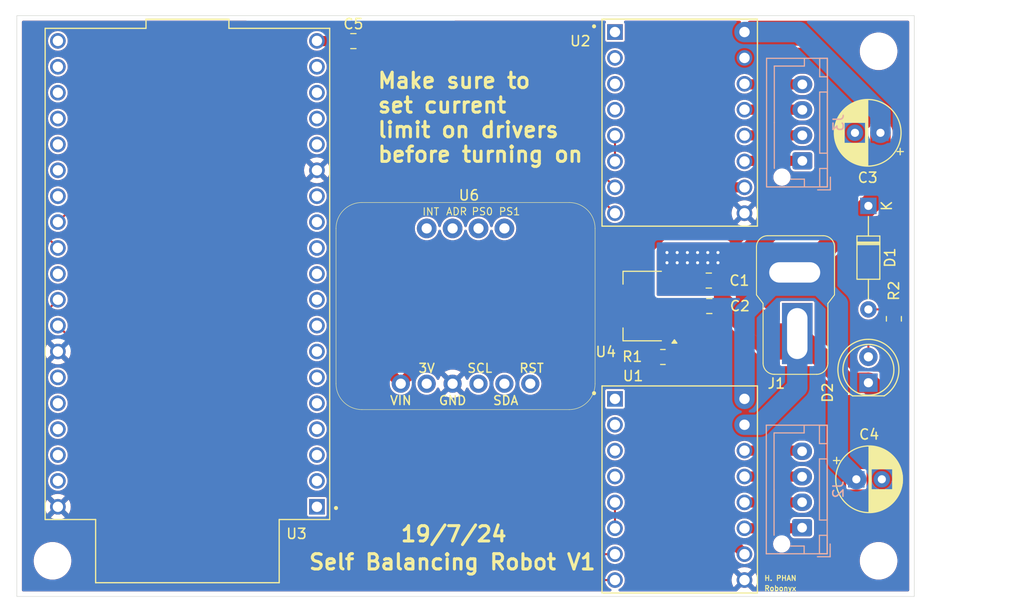
<source format=kicad_pcb>
(kicad_pcb (version 20240108) (generator "pcbnew") (generator_version "8.0")
  (layers (0 "F.Cu" signal) (31 "B.Cu" signal) (34 "B.Paste" user) (35 "F.Paste" user) (36 "B.SilkS" user "B.Silkscreen") (37 "F.SilkS" user "F.Silkscreen") (38 "B.Mask" user) (39 "F.Mask" user) (44 "Edge.Cuts" user))
  (net 0 "")
  (net 1 "GNDPWR")
  (net 2 "+15V")
  (net 3 "+5V")
  (net 4 "GND")
  (net 5 "Net-(J2-Pin_4)")
  (net 6 "Net-(J2-Pin_1)")
  (net 7 "Net-(J2-Pin_2)")
  (net 8 "Net-(J2-Pin_3)")
  (net 9 "Net-(J3-Pin_1)")
  (net 10 "Net-(J3-Pin_2)")
  (net 11 "Net-(J3-Pin_4)")
  (net 12 "Net-(J3-Pin_3)")
  (net 13 "Net-(U1-~{RESET})")
  (net 18 "Net-(U1-DIR)")
  (net 19 "Net-(U1-STEP)")
  (net 21 "Net-(U2-STEP)")
  (net 25 "Net-(U2-DIR)")
  (net 26 "Net-(U2-~{RESET})")
  (net 61 "/SDA")
  (net 62 "/SCL")
  (net 65 "Net-(D1-A)")
  (net 66 "Net-(D2-A)")
  (footprint "Resistor_SMD:R_0805_2012Metric" (layer "F.Cu") (at 146.35 71.5 180)
    (property "Reference" "R1" (at 3 0.03 360) (layer "F.SilkS"))
    (property "Value" "0R")
    (pad "1" smd roundrect (at -0.9125 0 180) (size 1.025 1.4) (layers "F.Cu" "F.Paste" "F.Mask") (roundrect_rratio 0.243902) (net 1 "GNDPWR"))
    (pad "2" smd roundrect (at 0.9125 0 180) (size 1.025 1.4) (layers "F.Cu" "F.Paste" "F.Mask") (roundrect_rratio 0.243902) (net 4 "GND"))
  )
  (footprint "MountingHole:MountingHole_3.2mm_M3" (layer "F.Cu") (at 167.5 91.5)
    (property "Reference" "H3" (hide yes))
    (property "Value" "MountingHole")
    (pad "" np_thru_hole circle (at 0 0) (size 3.2 3.2) (drill 3.2) (layers "*.Cu" "*.Mask"))
  )
  (footprint "Capacitor_THT:CP_Radial_D6.3mm_P2.50mm" (layer "F.Cu") (at 165.317621 83.5)
    (property "Reference" "C4" (at 1.25 -4.4 0) (layer "F.SilkS"))
    (property "Value" "100uF")
    (pad "1" thru_hole rect (at 0 0) (size 1.6 1.6) (drill 0.8) (layers "*.Cu" "*.Mask") (net 2 "+15V"))
    (pad "2" thru_hole circle (at 2.5 0) (size 1.6 1.6) (drill 0.8) (layers "*.Cu" "*.Mask") (net 1 "GNDPWR"))
  )
  (footprint "Resistor_SMD:R_0805_2012Metric" (layer "F.Cu") (at 169 67.75 90)
    (property "Reference" "R2" (at 2.75 0 90) (layer "F.SilkS"))
    (property "Value" "1K")
    (pad "1" smd roundrect (at -0.9125 0 90) (size 1.025 1.4) (layers "F.Cu" "F.Paste" "F.Mask") (roundrect_rratio 0.243902) (net 66 "Net-(D2-A)"))
    (pad "2" smd roundrect (at 0.9125 0 90) (size 1.025 1.4) (layers "F.Cu" "F.Paste" "F.Mask") (roundrect_rratio 0.243902) (net 65 "Net-(D1-A)"))
  )
  (footprint "MountingHole:MountingHole_3.2mm_M3" (layer "F.Cu") (at 86.5 91.5)
    (property "Reference" "H1" (hide yes))
    (property "Value" "MountingHole")
    (pad "" np_thru_hole circle (at 0 0) (size 3.2 3.2) (drill 3.2) (layers "*.Cu" "*.Mask"))
  )
  (footprint "Capacitor_SMD:C_0805_2012Metric" (layer "F.Cu") (at 150.9 66.5)
    (property "Reference" "C2" (at 3 0 0) (layer "F.SilkS"))
    (property "Value" "10uF")
    (pad "1" smd roundrect (at -0.95 0) (size 1 1.45) (layers "F.Cu" "F.Paste" "F.Mask") (net 3 "+5V"))
    (pad "2" smd roundrect (at 0.95 0) (size 1 1.45) (layers "F.Cu" "F.Paste" "F.Mask") (net 1 "GNDPWR"))
  )
  (footprint "A4988_STEPPER_MOTOR_DRIVER_CARRIER:MODULE_A4988_STEPPER_MOTOR_DRIVER_CARRIER" (layer "F.Cu") (at 148 48.5)
    (property "Reference" "U2" (at -9.75 -8 0) (layer "F.SilkS"))
    (property "Value" "A4988_STEPPER_MOTOR_DRIVER_CARRIER")
    (pad "1" thru_hole rect (at -6.35 -8.89) (size 1.53 1.53) (drill 1.02) (layers "*.Cu" "*.Mask"))
    (pad "2" thru_hole circle (at -6.35 -6.35) (size 1.53 1.53) (drill 1.02) (layers "*.Cu" "*.Mask"))
    (pad "3" thru_hole circle (at -6.35 -3.81) (size 1.53 1.53) (drill 1.02) (layers "*.Cu" "*.Mask"))
    (pad "4" thru_hole circle (at -6.35 -1.27) (size 1.53 1.53) (drill 1.02) (layers "*.Cu" "*.Mask"))
    (pad "5" thru_hole circle (at -6.35 1.27) (size 1.53 1.53) (drill 1.02) (layers "*.Cu" "*.Mask") (net 26 "Net-(U2-~{RESET})"))
    (pad "6" thru_hole circle (at -6.35 3.81) (size 1.53 1.53) (drill 1.02) (layers "*.Cu" "*.Mask") (net 26 "Net-(U2-~{RESET})"))
    (pad "7" thru_hole circle (at -6.35 6.35) (size 1.53 1.53) (drill 1.02) (layers "*.Cu" "*.Mask") (net 21 "Net-(U2-STEP)"))
    (pad "8" thru_hole circle (at -6.35 8.89) (size 1.53 1.53) (drill 1.02) (layers "*.Cu" "*.Mask") (net 25 "Net-(U2-DIR)"))
    (pad "9" thru_hole circle (at 6.35 8.89) (size 1.53 1.53) (drill 1.02) (layers "*.Cu" "*.Mask") (net 4 "GND"))
    (pad "10" thru_hole circle (at 6.35 6.35) (size 1.53 1.53) (drill 1.02) (layers "*.Cu" "*.Mask") (net 3 "+5V"))
    (pad "11" thru_hole circle (at 6.35 3.81) (size 1.53 1.53) (drill 1.02) (layers "*.Cu" "*.Mask") (net 9 "Net-(J3-Pin_1)"))
    (pad "12" thru_hole circle (at 6.35 1.27) (size 1.53 1.53) (drill 1.02) (layers "*.Cu" "*.Mask") (net 10 "Net-(J3-Pin_2)"))
    (pad "13" thru_hole circle (at 6.35 -1.27) (size 1.53 1.53) (drill 1.02) (layers "*.Cu" "*.Mask") (net 12 "Net-(J3-Pin_3)"))
    (pad "14" thru_hole circle (at 6.35 -3.81) (size 1.53 1.53) (drill 1.02) (layers "*.Cu" "*.Mask") (net 11 "Net-(J3-Pin_4)"))
    (pad "15" thru_hole circle (at 6.35 -6.35) (size 1.53 1.53) (drill 1.02) (layers "*.Cu" "*.Mask") (net 1 "GNDPWR"))
    (pad "16" thru_hole circle (at 6.35 -8.89) (size 1.53 1.53) (drill 1.02) (layers "*.Cu" "*.Mask") (net 2 "+15V"))
  )
  (footprint "Package_TO_SOT_SMD:SOT-223-3_TabPin2" (layer "F.Cu") (at 144.35 66.5 180)
    (property "Reference" "U4" (at 3.6 -4.5 360) (layer "F.SilkS"))
    (property "Value" "NCP1117-5.0_SOT223")
    (pad "1" smd roundrect (at -3.15 -2.3 180) (size 2 1.5) (layers "F.Cu" "F.Paste" "F.Mask") (net 1 "GNDPWR"))
    (pad "2" smd roundrect (at -3.15 0 180) (size 2 1.5) (layers "F.Cu" "F.Paste" "F.Mask") (net 3 "+5V"))
    (pad "2" smd roundrect (at 3.15 0 180) (size 2 3.8) (layers "F.Cu" "F.Paste" "F.Mask") (net 3 "+5V"))
    (pad "3" smd roundrect (at -3.15 2.3 180) (size 2 1.5) (layers "F.Cu" "F.Paste" "F.Mask") (net 2 "+15V"))
  )
  (footprint "LED_THT:LED_D5.0mm" (layer "F.Cu") (at 166.5 74.025 90)
    (property "Reference" "D2" (at -0.975 -4 90) (layer "F.SilkS"))
    (property "Value" "LED")
    (pad "1" thru_hole rect (at 0 0 90) (size 1.8 1.8) (drill 0.9) (layers "*.Cu" "*.Mask") (net 1 "GNDPWR"))
    (pad "2" thru_hole circle (at 2.54 0 90) (size 1.8 1.8) (drill 0.9) (layers "*.Cu" "*.Mask") (net 66 "Net-(D2-A)"))
  )
  (footprint "Adafruit IMU BNO055:Adafruit IMU BNO055" (layer "F.Cu") (at 127 66.5)
    (property "Reference" "U6" (at 0.34 -10.87 0) (layer "F.SilkS"))
    (property "Value" "Adafruit IMU BNO055")
    (fp_text user "ADR" (at -0.88 -9.271 0) (layer "F.SilkS") (effects (font (size 0.715264 0.715264) (thickness 0.097536))))
    (fp_text user "VIN" (at -6.35 9.271 0) (layer "F.SilkS") (effects (font (size 0.87376 0.87376) (thickness 0.14224))))
    (fp_text user "RST" (at 6.477 6.096 0) (layer "F.SilkS") (effects (font (size 0.87376 0.87376) (thickness 0.14224))))
    (fp_text user "GND" (at -1.27 9.271 0) (layer "F.SilkS") (effects (font (size 0.87376 0.87376) (thickness 0.14224))))
    (fp_text user "SDA" (at 3.937 9.271 0) (layer "F.SilkS") (effects (font (size 0.87376 0.87376) (thickness 0.14224))))
    (fp_text user "PS1" (at 4.313 -9.271 0) (layer "F.SilkS") (effects (font (size 0.715264 0.715264) (thickness 0.097536))))
    (fp_text user "INT" (at -3.403 -9.2555 0) (layer "F.SilkS") (effects (font (size 0.715264 0.715264) (thickness 0.097536))))
    (fp_text user "PS0" (at 1.646 -9.271 0) (layer "F.SilkS") (effects (font (size 0.715264 0.715264) (thickness 0.097536))))
    (fp_text user "SCL" (at 1.397 6.096 0) (layer "F.SilkS") (effects (font (size 0.87376 0.87376) (thickness 0.14224))))
    (fp_text user "3V" (at -3.81 6.096 0) (layer "F.SilkS") (effects (font (size 0.87376 0.87376) (thickness 0.14224))))
    (pad "1" thru_hole circle (at -6.35 7.62 90) (size 1.778 1.778) (drill 1) (layers "*.Mask" "F.Cu" "In1.Cu" "B.Cu") (net 3 "+5V"))
    (pad "2" thru_hole circle (at -3.81 7.62 90) (size 1.778 1.778) (drill 1) (layers "*.Mask" "F.Cu" "In1.Cu" "B.Cu"))
    (pad "3" thru_hole circle (at -1.27 7.62 90) (size 1.778 1.778) (drill 1) (layers "*.Mask" "F.Cu" "In1.Cu" "B.Cu") (net 4 "GND"))
    (pad "4" thru_hole circle (at 1.27 7.62 90) (size 1.778 1.778) (drill 1) (layers "*.Mask" "F.Cu" "In1.Cu" "B.Cu") (net 62 "/SCL"))
    (pad "5" thru_hole circle (at 3.81 7.62 90) (size 1.778 1.778) (drill 1) (layers "*.Mask" "F.Cu" "In1.Cu" "B.Cu") (net 61 "/SDA"))
    (pad "6" thru_hole circle (at 6.35 7.62 90) (size 1.778 1.778) (drill 1) (layers "*.Mask" "F.Cu" "In1.Cu" "B.Cu"))
    (pad "7" thru_hole circle (at -3.81 -7.62 90) (size 1.9304 1.9304) (drill 1) (layers "*.Cu" "*.Mask"))
    (pad "8" thru_hole circle (at -1.27 -7.62 90) (size 1.9304 1.9304) (drill 1) (layers "*.Cu" "*.Mask"))
    (pad "9" thru_hole circle (at 1.27 -7.62 90) (size 1.9304 1.9304) (drill 1) (layers "*.Cu" "*.Mask"))
    (pad "10" thru_hole circle (at 3.81 -7.62 90) (size 1.9304 1.9304) (drill 1) (layers "*.Cu" "*.Mask"))
  )
  (footprint "toroid-kicad:Deans" (layer "F.Cu") (at 155.525 73.2)
    (property "Reference" "J1" (at 1.95 0.9 0) (layer "F.SilkS"))
    (property "Value" "Conn_01x02")
    (pad "1" thru_hole rect (at 4 -4 90) (size 6 3) (drill oval 5 2) (layers "*.Cu" "*.Mask") (net 1 "GNDPWR"))
    (pad "2" thru_hole rect (at 3.75 -10) (size 6 3) (drill oval 5 2) (layers "*.Cu" "*.Mask") (net 2 "+15V"))
  )
  (footprint "ESP32-DEVKITC:MODULE_ESP32-DEVKITC" (layer "F.Cu") (at 99.7275 63.35 180)
    (property "Reference" "U3" (at -10.7 -25.5 360) (layer "F.SilkS"))
    (property "Value" "ESP32-DEVKITC")
    (pad "1" thru_hole rect (at -12.7 -22.85 180) (size 1.53 1.53) (drill 1.02) (layers "*.Cu" "*.Mask"))
    (pad "2" thru_hole circle (at -12.7 -20.31 180) (size 1.53 1.53) (drill 1.02) (layers "*.Cu" "*.Mask"))
    (pad "3" thru_hole circle (at -12.7 -17.77 180) (size 1.53 1.53) (drill 1.02) (layers "*.Cu" "*.Mask"))
    (pad "4" thru_hole circle (at -12.7 -15.23 180) (size 1.53 1.53) (drill 1.02) (layers "*.Cu" "*.Mask"))
    (pad "5" thru_hole circle (at -12.7 -12.69 180) (size 1.53 1.53) (drill 1.02) (layers "*.Cu" "*.Mask"))
    (pad "6" thru_hole circle (at -12.7 -10.15 180) (size 1.53 1.53) (drill 1.02) (layers "*.Cu" "*.Mask"))
    (pad "7" thru_hole circle (at -12.7 -7.61 180) (size 1.53 1.53) (drill 1.02) (layers "*.Cu" "*.Mask"))
    (pad "8" thru_hole circle (at -12.7 -5.07 180) (size 1.53 1.53) (drill 1.02) (layers "*.Cu" "*.Mask"))
    (pad "9" thru_hole circle (at -12.7 -2.53 180) (size 1.53 1.53) (drill 1.02) (layers "*.Cu" "*.Mask"))
    (pad "10" thru_hole circle (at -12.7 0.01 180) (size 1.53 1.53) (drill 1.02) (layers "*.Cu" "*.Mask"))
    (pad "11" thru_hole circle (at -12.7 2.55 180) (size 1.53 1.53) (drill 1.02) (layers "*.Cu" "*.Mask"))
    (pad "12" thru_hole circle (at -12.7 5.09 180) (size 1.53 1.53) (drill 1.02) (layers "*.Cu" "*.Mask"))
    (pad "13" thru_hole circle (at -12.7 7.63 180) (size 1.53 1.53) (drill 1.02) (layers "*.Cu" "*.Mask"))
    (pad "14" thru_hole circle (at -12.7 10.17 180) (size 1.53 1.53) (drill 1.02) (layers "*.Cu" "*.Mask") (net 4 "GND"))
    (pad "15" thru_hole circle (at -12.7 12.71 180) (size 1.53 1.53) (drill 1.02) (layers "*.Cu" "*.Mask"))
    (pad "16" thru_hole circle (at -12.7 15.25 180) (size 1.53 1.53) (drill 1.02) (layers "*.Cu" "*.Mask"))
    (pad "17" thru_hole circle (at -12.7 17.79 180) (size 1.53 1.53) (drill 1.02) (layers "*.Cu" "*.Mask"))
    (pad "18" thru_hole circle (at -12.7 20.33 180) (size 1.53 1.53) (drill 1.02) (layers "*.Cu" "*.Mask"))
    (pad "19" thru_hole circle (at -12.7 22.87 180) (size 1.53 1.53) (drill 1.02) (layers "*.Cu" "*.Mask") (net 3 "+5V"))
    (pad "20" thru_hole circle (at 12.7 22.87 180) (size 1.53 1.53) (drill 1.02) (layers "*.Cu" "*.Mask"))
    (pad "21" thru_hole circle (at 12.7 20.33 180) (size 1.53 1.53) (drill 1.02) (layers "*.Cu" "*.Mask"))
    (pad "22" thru_hole circle (at 12.7 17.79 180) (size 1.53 1.53) (drill 1.02) (layers "*.Cu" "*.Mask"))
    (pad "23" thru_hole circle (at 12.7 15.25 180) (size 1.53 1.53) (drill 1.02) (layers "*.Cu" "*.Mask"))
    (pad "24" thru_hole circle (at 12.7 12.71 180) (size 1.53 1.53) (drill 1.02) (layers "*.Cu" "*.Mask"))
    (pad "25" thru_hole circle (at 12.7 10.17 180) (size 1.53 1.53) (drill 1.02) (layers "*.Cu" "*.Mask"))
    (pad "26" thru_hole circle (at 12.7 7.63 180) (size 1.53 1.53) (drill 1.02) (layers "*.Cu" "*.Mask"))
    (pad "27" thru_hole circle (at 12.7 5.09 180) (size 1.53 1.53) (drill 1.02) (layers "*.Cu" "*.Mask") (net 25 "Net-(U2-DIR)"))
    (pad "28" thru_hole circle (at 12.7 2.55 180) (size 1.53 1.53) (drill 1.02) (layers "*.Cu" "*.Mask") (net 21 "Net-(U2-STEP)"))
    (pad "29" thru_hole circle (at 12.7 0.01 180) (size 1.53 1.53) (drill 1.02) (layers "*.Cu" "*.Mask"))
    (pad "30" thru_hole circle (at 12.7 -2.53 180) (size 1.53 1.53) (drill 1.02) (layers "*.Cu" "*.Mask") (net 18 "Net-(U1-DIR)"))
    (pad "31" thru_hole circle (at 12.7 -5.07 180) (size 1.53 1.53) (drill 1.02) (layers "*.Cu" "*.Mask") (net 19 "Net-(U1-STEP)"))
    (pad "32" thru_hole circle (at 12.7 -7.61 180) (size 1.53 1.53) (drill 1.02) (layers "*.Cu" "*.Mask") (net 4 "GND"))
    (pad "33" thru_hole circle (at 12.7 -10.15 180) (size 1.53 1.53) (drill 1.02) (layers "*.Cu" "*.Mask"))
    (pad "34" thru_hole circle (at 12.7 -12.69 180) (size 1.53 1.53) (drill 1.02) (layers "*.Cu" "*.Mask"))
    (pad "35" thru_hole circle (at 12.7 -15.23 180) (size 1.53 1.53) (drill 1.02) (layers "*.Cu" "*.Mask"))
    (pad "36" thru_hole circle (at 12.7 -17.77 180) (size 1.53 1.53) (drill 1.02) (layers "*.Cu" "*.Mask"))
    (pad "37" thru_hole circle (at 12.7 -20.31 180) (size 1.53 1.53) (drill 1.02) (layers "*.Cu" "*.Mask"))
    (pad "38" thru_hole circle (at 12.7 -22.85 180) (size 1.53 1.53) (drill 1.02) (layers "*.Cu" "*.Mask") (net 4 "GND"))
  )
  (footprint "Capacitor_SMD:C_0805_2012Metric" (layer "F.Cu") (at 150.85 64)
    (property "Reference" "C1" (at 3 0 0) (layer "F.SilkS"))
    (property "Value" "10uF")
    (pad "1" smd roundrect (at -0.95 0) (size 1 1.45) (layers "F.Cu" "F.Paste" "F.Mask") (net 2 "+15V"))
    (pad "2" smd roundrect (at 0.95 0) (size 1 1.45) (layers "F.Cu" "F.Paste" "F.Mask") (net 1 "GNDPWR"))
  )
  (footprint "Diode_THT:D_DO-35_SOD27_P10.16mm_Horizontal" (layer "F.Cu") (at 166.5 56.67 -90)
    (property "Reference" "D1" (at 5.08 -2.12 90) (layer "F.SilkS"))
    (property "Value" "D_Zener")
    (fp_text user "K" (at 0 -1.8 90) (layer "F.SilkS"))
    (pad "1" thru_hole rect (at 0 0 270) (size 1.6 1.6) (drill 0.8) (layers "*.Cu" "*.Mask") (net 2 "+15V"))
    (pad "2" thru_hole oval (at 10.16 0 270) (size 1.6 1.6) (drill 0.8) (layers "*.Cu" "*.Mask") (net 65 "Net-(D1-A)"))
  )
  (footprint "Capacitor_SMD:C_0805_2012Metric" (layer "F.Cu") (at 116 40.5)
    (property "Reference" "C5" (at 0 -1.68 360) (layer "F.SilkS"))
    (property "Value" "10uF")
    (pad "1" smd roundrect (at -0.95 0) (size 1 1.45) (layers "F.Cu" "F.Paste" "F.Mask") (net 3 "+5V"))
    (pad "2" smd roundrect (at 0.95 0) (size 1 1.45) (layers "F.Cu" "F.Paste" "F.Mask") (net 4 "GND"))
  )
  (footprint "Capacitor_THT:CP_Radial_D6.3mm_P2.50mm" (layer "F.Cu") (at 167.68238 49.5 180)
    (property "Reference" "C3" (at 1.25 -4.4 360) (layer "F.SilkS"))
    (property "Value" "100uF")
    (pad "1" thru_hole rect (at 0 0 180) (size 1.6 1.6) (drill 0.8) (layers "*.Cu" "*.Mask") (net 2 "+15V"))
    (pad "2" thru_hole circle (at 2.5 0 180) (size 1.6 1.6) (drill 0.8) (layers "*.Cu" "*.Mask") (net 1 "GNDPWR"))
  )
  (footprint "MountingHole:MountingHole_3.2mm_M3" (layer "F.Cu") (at 167.5 41.5)
    (property "Reference" "H2" (hide yes))
    (property "Value" "MountingHole")
    (pad "" np_thru_hole circle (at 0 0) (size 3.2 3.2) (drill 3.2) (layers "*.Cu" "*.Mask"))
  )
  (footprint "A4988_STEPPER_MOTOR_DRIVER_CARRIER:MODULE_A4988_STEPPER_MOTOR_DRIVER_CARRIER" (layer "F.Cu") (at 148 84.5)
    (property "Reference" "U1" (at -4.575 -11.135 0) (layer "F.SilkS"))
    (property "Value" "A4988_STEPPER_MOTOR_DRIVER_CARRIER")
    (pad "1" thru_hole rect (at -6.35 -8.89) (size 1.53 1.53) (drill 1.02) (layers "*.Cu" "*.Mask"))
    (pad "2" thru_hole circle (at -6.35 -6.35) (size 1.53 1.53) (drill 1.02) (layers "*.Cu" "*.Mask"))
    (pad "3" thru_hole circle (at -6.35 -3.81) (size 1.53 1.53) (drill 1.02) (layers "*.Cu" "*.Mask"))
    (pad "4" thru_hole circle (at -6.35 -1.27) (size 1.53 1.53) (drill 1.02) (layers "*.Cu" "*.Mask"))
    (pad "5" thru_hole circle (at -6.35 1.27) (size 1.53 1.53) (drill 1.02) (layers "*.Cu" "*.Mask") (net 13 "Net-(U1-~{RESET})"))
    (pad "6" thru_hole circle (at -6.35 3.81) (size 1.53 1.53) (drill 1.02) (layers "*.Cu" "*.Mask") (net 13 "Net-(U1-~{RESET})"))
    (pad "7" thru_hole circle (at -6.35 6.35) (size 1.53 1.53) (drill 1.02) (layers "*.Cu" "*.Mask") (net 19 "Net-(U1-STEP)"))
    (pad "8" thru_hole circle (at -6.35 8.89) (size 1.53 1.53) (drill 1.02) (layers "*.Cu" "*.Mask") (net 18 "Net-(U1-DIR)"))
    (pad "9" thru_hole circle (at 6.35 8.89) (size 1.53 1.53) (drill 1.02) (layers "*.Cu" "*.Mask") (net 4 "GND"))
    (pad "10" thru_hole circle (at 6.35 6.35) (size 1.53 1.53) (drill 1.02) (layers "*.Cu" "*.Mask") (net 3 "+5V"))
    (pad "11" thru_hole circle (at 6.35 3.81) (size 1.53 1.53) (drill 1.02) (layers "*.Cu" "*.Mask") (net 6 "Net-(J2-Pin_1)"))
    (pad "12" thru_hole circle (at 6.35 1.27) (size 1.53 1.53) (drill 1.02) (layers "*.Cu" "*.Mask") (net 7 "Net-(J2-Pin_2)"))
    (pad "13" thru_hole circle (at 6.35 -1.27) (size 1.53 1.53) (drill 1.02) (layers "*.Cu" "*.Mask") (net 8 "Net-(J2-Pin_3)"))
    (pad "14" thru_hole circle (at 6.35 -3.81) (size 1.53 1.53) (drill 1.02) (layers "*.Cu" "*.Mask") (net 5 "Net-(J2-Pin_4)"))
    (pad "15" thru_hole circle (at 6.35 -6.35) (size 1.53 1.53) (drill 1.02) (layers "*.Cu" "*.Mask") (net 1 "GNDPWR"))
    (pad "16" thru_hole circle (at 6.35 -8.89) (size 1.53 1.53) (drill 1.02) (layers "*.Cu" "*.Mask") (net 2 "+15V"))
  )
  (footprint "Connector_JST:JST_XH_B4B-XH-AM_1x04_P2.50mm_Vertical" (layer "B.Cu") (at 160.025 52.25 90)
    (property "Reference" "J3" (at 3.75 3.55 90) (layer "B.SilkS") (effects (justify mirror)))
    (property "Value" "Conn_01x04")
    (pad "" np_thru_hole circle (at -1.6 -2 90) (size 1.2 1.2) (drill 1.2) (layers "*.Cu" "*.Mask"))
    (pad "1" thru_hole roundrect (at 0 0 90) (size 1.7 1.95) (drill 0.95) (layers "*.Cu" "*.Mask") (roundrect_rratio 0.147059) (net 9 "Net-(J3-Pin_1)"))
    (pad "2" thru_hole oval (at 2.5 0 90) (size 1.7 1.95) (drill 0.95) (layers "*.Cu" "*.Mask") (net 10 "Net-(J3-Pin_2)"))
    (pad "3" thru_hole oval (at 5 0 90) (size 1.7 1.95) (drill 0.95) (layers "*.Cu" "*.Mask") (net 12 "Net-(J3-Pin_3)"))
    (pad "4" thru_hole oval (at 7.5 0 90) (size 1.7 1.95) (drill 0.95) (layers "*.Cu" "*.Mask") (net 11 "Net-(J3-Pin_4)"))
  )
  (footprint "Connector_JST:JST_XH_B4B-XH-AM_1x04_P2.50mm_Vertical" (layer "B.Cu") (at 160 88.25 90)
    (property "Reference" "J2" (at 3.75 3.55 90) (layer "B.SilkS") (effects (justify mirror)))
    (property "Value" "Conn_01x04")
    (pad "" np_thru_hole circle (at -1.6 -2 90) (size 1.2 1.2) (drill 1.2) (layers "*.Cu" "*.Mask"))
    (pad "1" thru_hole roundrect (at 0 0 90) (size 1.7 1.95) (drill 0.95) (layers "*.Cu" "*.Mask") (roundrect_rratio 0.147059) (net 6 "Net-(J2-Pin_1)"))
    (pad "2" thru_hole oval (at 2.5 0 90) (size 1.7 1.95) (drill 0.95) (layers "*.Cu" "*.Mask") (net 7 "Net-(J2-Pin_2)"))
    (pad "3" thru_hole oval (at 5 0 90) (size 1.7 1.95) (drill 0.95) (layers "*.Cu" "*.Mask") (net 8 "Net-(J2-Pin_3)"))
    (pad "4" thru_hole oval (at 7.5 0 90) (size 1.7 1.95) (drill 0.95) (layers "*.Cu" "*.Mask") (net 5 "Net-(J2-Pin_4)"))
  )
  (gr_rect (start 83 38) (end 171 95) (stroke (width 0.05)) (fill none) (layer "Edge.Cuts"))
  (gr_text "Robonyx" (at 156.25 94.5 0) (layer "F.SilkS") (effects (font (size 0.5 0.5) (thickness 0.1) (bold yes)) (justify left bottom)))
  (gr_text "Make sure to \nset current\nlimit on drivers \nbefore turning on" (at 118.25 52.5 0) (layer "F.SilkS") (effects (font (size 1.5 1.5) (thickness 0.3) (bold yes)) (justify left bottom)))
  (gr_text "Self Balancing Robot V1" (at 111.5 92.5 0) (layer "F.SilkS") (effects (font (size 1.5 1.5) (thickness 0.3) (bold yes)) (justify left bottom)))
  (gr_text "H. PHAN" (at 156.25 93.5 0) (layer "F.SilkS") (effects (font (size 0.5 0.5) (thickness 0.1) (bold yes)) (justify left bottom)))
  (gr_text "19/7/24" (at 120.5 89.75 0) (layer "F.SilkS") (effects (font (size 1.5 1.5) (thickness 0.3) (bold yes)) (justify left bottom)))
  (segment (start 151.8 64) (end 151.8 65.05) (width 1) (layer "F.Cu") (net 1))
  (segment (start 157.2 69.2) (end 159.525 69.2) (width 2) (layer "F.Cu") (net 1))
  (segment (start 151.8 65.05) (end 157.25 70.5) (width 1) (layer "F.Cu") (net 1))
  (segment (start 151.85 66.5) (end 151.85 64.05) (width 1) (layer "F.Cu") (net 1))
  (segment (start 164.35 74.025) (end 159.525 69.2) (width 2) (layer "F.Cu") (net 1))
  (segment (start 147.5 68.8) (end 150.275 68.8) (width 1) (layer "F.Cu") (net 1))
  (segment (start 165.18238 49.5) (end 165.18238 50.81762) (width 2) (layer "F.Cu") (net 1))
  (segment (start 147.2625 69.0375) (end 147.5 68.8) (width 1) (layer "F.Cu") (net 1))
  (segment (start 151.85 67.225) (end 151.85 66.5) (width 1) (layer "F.Cu") (net 1))
  (segment (start 165.18238 46.18238) (end 161.15 42.15) (width 2) (layer "F.Cu") (net 1))
  (segment (start 166.5 74.025) (end 164.35 74.025) (width 2) (layer "F.Cu") (net 1))
  (segment (start 147.2625 71.5) (end 147.2625 69.0375) (width 1) (layer "F.Cu") (net 1))
  (segment (start 161.15 42.15) (end 154.35 42.15) (width 2) (layer "F.Cu") (net 1))
  (segment (start 158.225 70.5) (end 159.525 69.2) (width 1) (layer "F.Cu") (net 1))
  (segment (start 150.275 68.8) (end 151.85 67.225) (width 1) (layer "F.Cu") (net 1))
  (segment (start 154.5 66.5) (end 157.2 69.2) (width 2) (layer "F.Cu") (net 1))
  (segment (start 156.6 71.25) (end 159.525 71.25) (width 1) (layer "F.Cu") (net 1))
  (segment (start 159.525 71.25) (end 159.525 69.2) (width 1) (layer "F.Cu") (net 1))
  (segment (start 154.5 61.5) (end 154.5 66.5) (width 2) (layer "F.Cu") (net 1))
  (segment (start 167.817621 75.342621) (end 166.5 74.025) (width 2) (layer "F.Cu") (net 1))
  (segment (start 151.85 64.05) (end 151.8 64) (width 1) (layer "F.Cu") (net 1))
  (segment (start 151.85 66.5) (end 156.6 71.25) (width 1) (layer "F.Cu") (net 1))
  (segment (start 165.18238 49.5) (end 165.18238 46.18238) (width 2) (layer "F.Cu") (net 1))
  (segment (start 167.817621 83.5) (end 167.817621 75.342621) (width 2) (layer "F.Cu") (net 1))
  (segment (start 165.18238 50.81762) (end 154.5 61.5) (width 2) (layer "F.Cu") (net 1))
  (segment (start 157.25 70.5) (end 158.225 70.5) (width 1) (layer "F.Cu") (net 1))
  (segment (start 155.85 78.15) (end 159.525 74.475) (width 2) (layer "B.Cu") (net 1))
  (segment (start 154.35 78.15) (end 155.85 78.15) (width 2) (layer "B.Cu") (net 1))
  (segment (start 159.525 74.475) (end 159.525 69.2) (width 2) (layer "B.Cu") (net 1))
  (segment (start 159.275 63.2) (end 159.97 63.2) (width 2) (layer "F.Cu") (net 2))
  (segment (start 167.68238 55.48762) (end 167.68238 49.5) (width 2) (layer "F.Cu") (net 2))
  (segment (start 166.5 56.67) (end 167.68238 55.48762) (width 2) (layer "F.Cu") (net 2))
  (segment (start 159.97 63.2) (end 166.5 56.67) (width 2) (layer "F.Cu") (net 2))
  (via (at 148.75 61.25) (size 0.6) (drill 0.3) (layers "F.Cu" "B.Cu") (net 2))
  (via (at 150.75 61.25) (size 0.6) (drill 0.3) (layers "F.Cu" "B.Cu") (net 2))
  (via (at 151.75 62.25) (size 0.6) (drill 0.3) (layers "F.Cu" "B.Cu") (net 2))
  (via (at 146.75 61.25) (size 0.6) (drill 0.3) (layers "F.Cu" "B.Cu") (net 2))
  (via (at 146.75 62.25) (size 0.6) (drill 0.3) (layers "F.Cu" "B.Cu") (net 2))
  (via (at 147.75 61.25) (size 0.6) (drill 0.3) (layers "F.Cu" "B.Cu") (net 2))
  (via (at 149.75 61.25) (size 0.6) (drill 0.3) (layers "F.Cu" "B.Cu") (net 2))
  (via (at 147.75 62.25) (size 0.6) (drill 0.3) (layers "F.Cu" "B.Cu") (net 2))
  (via (at 151.75 61.25) (size 0.6) (drill 0.3) (layers "F.Cu" "B.Cu") (net 2))
  (via (at 150.75 62.25) (size 0.6) (drill 0.3) (layers "F.Cu" "B.Cu") (net 2))
  (via (at 148.75 62.25) (size 0.6) (drill 0.3) (layers "F.Cu" "B.Cu") (net 2))
  (via (at 149.75 62.25) (size 0.6) (drill 0.3) (layers "F.Cu" "B.Cu") (net 2))
  (segment (start 163.5 81.682379) (end 163.5 66.275) (width 2) (layer "B.Cu") (net 2))
  (segment (start 154.35 39.61) (end 159.70119 39.61) (width 2) (layer "B.Cu") (net 2))
  (segment (start 159.70119 39.61) (end 167.68238 47.59119) (width 2) (layer "B.Cu") (net 2))
  (segment (start 158.3 63.2) (end 159.275 63.2) (width 2) (layer "B.Cu") (net 2))
  (segment (start 167.68238 47.59119) (end 167.68238 49.5) (width 2) (layer "B.Cu") (net 2))
  (segment (start 154.35 67.15) (end 158.3 63.2) (width 2) (layer "B.Cu") (net 2))
  (segment (start 160.425 63.2) (end 159.275 63.2) (width 2) (layer "B.Cu") (net 2))
  (segment (start 163.5 66.275) (end 160.425 63.2) (width 2) (layer "B.Cu") (net 2))
  (segment (start 165.317621 83.5) (end 163.5 81.682379) (width 2) (layer "B.Cu") (net 2))
  (segment (start 154.35 75.61) (end 154.35 67.15) (width 2) (layer "B.Cu") (net 2))
  (segment (start 115.05 68.52) (end 120.65 74.12) (width 1) (layer "F.Cu") (net 3))
  (segment (start 150.95 54.85) (end 154.35 54.85) (width 1) (layer "F.Cu") (net 3))
  (segment (start 115.05 40.5) (end 112.4475 40.5) (width 1) (layer "F.Cu") (net 3))
  (segment (start 141.2 64.6) (end 150.95 54.85) (width 1) (layer "F.Cu") (net 3))
  (segment (start 115.05 40.5) (end 115.05 68.52) (width 1) (layer "F.Cu") (net 3))
  (segment (start 112.4475 40.5) (end 112.4275 40.48) (width 1) (layer "F.Cu") (net 3))
  (segment (start 128.27 66.5) (end 120.65 74.12) (width 1) (layer "F.Cu") (net 3))
  (segment (start 141.2 66.5) (end 141.2 64.6) (width 1) (layer "F.Cu") (net 3))
  (segment (start 141.2 66.5) (end 143.5 68.8) (width 1) (layer "F.Cu") (net 3))
  (segment (start 147.5 66.5) (end 141.2 66.5) (width 1) (layer "F.Cu") (net 3))
  (segment (start 143.5 68.8) (end 143.5 80) (width 1) (layer "F.Cu") (net 3))
  (segment (start 143.5 80) (end 154.35 90.85) (width 1) (layer "F.Cu") (net 3))
  (segment (start 149.95 66.5) (end 147.5 66.5) (width 1) (layer "F.Cu") (net 3))
  (segment (start 141.2 66.5) (end 128.27 66.5) (width 1) (layer "F.Cu") (net 3))
  (segment (start 154.35 80.69) (end 159.94 80.69) (width 1) (layer "F.Cu") (net 5))
  (segment (start 159.94 80.69) (end 160 80.75) (width 1) (layer "F.Cu") (net 5))
  (segment (start 154.35 88.31) (end 159.94 88.31) (width 1) (layer "F.Cu") (net 6))
  (segment (start 159.94 88.31) (end 160 88.25) (width 1) (layer "F.Cu") (net 6))
  (segment (start 154.35 85.77) (end 159.98 85.77) (width 1) (layer "F.Cu") (net 7))
  (segment (start 159.98 85.77) (end 160 85.75) (width 1) (layer "F.Cu") (net 7))
  (segment (start 159.98 83.23) (end 160 83.25) (width 1) (layer "F.Cu") (net 8))
  (segment (start 154.35 83.23) (end 159.98 83.23) (width 1) (layer "F.Cu") (net 8))
  (segment (start 160.025 52.25) (end 154.41 52.25) (width 1) (layer "F.Cu") (net 9))
  (segment (start 154.41 52.25) (end 154.35 52.31) (width 1) (layer "F.Cu") (net 9))
  (segment (start 160.025 49.75) (end 154.37 49.75) (width 1) (layer "F.Cu") (net 10))
  (segment (start 154.37 49.75) (end 154.35 49.77) (width 1) (layer "F.Cu") (net 10))
  (segment (start 160.025 44.75) (end 154.41 44.75) (width 1) (layer "F.Cu") (net 11))
  (segment (start 154.41 44.75) (end 154.35 44.69) (width 1) (layer "F.Cu") (net 11))
  (segment (start 160.005 47.23) (end 160.025 47.25) (width 1) (layer "F.Cu") (net 12))
  (segment (start 154.35 47.23) (end 160.005 47.23) (width 1) (layer "F.Cu") (net 12))
  (segment (start 141.65 88.31) (end 141.65 85.77) (width 0.2) (layer "F.Cu") (net 13))
  (segment (start 86.586362 69.485) (end 85.9625 68.861138) (width 0.2) (layer "F.Cu") (net 18))
  (segment (start 85.9625 68.861138) (end 85.9625 66.945) (width 0.2) (layer "F.Cu") (net 18))
  (segment (start 87.468638 69.485) (end 86.586362 69.485) (width 0.2) (layer "F.Cu") (net 18))
  (segment (start 141.65 93.39) (end 111.373638 93.39) (width 0.2) (layer "F.Cu") (net 18))
  (segment (start 85.9625 66.945) (end 87.0275 65.88) (width 0.2) (layer "F.Cu") (net 18))
  (segment (start 111.373638 93.39) (end 87.468638 69.485) (width 0.2) (layer "F.Cu") (net 18))
  (segment (start 141.65 90.85) (end 109.4575 90.85) (width 0.2) (layer "F.Cu") (net 19))
  (segment (start 109.4575 90.85) (end 87.0275 68.42) (width 0.2) (layer "F.Cu") (net 19))
  (segment (start 85.9625 57.818862) (end 85.9625 59.735) (width 0.2) (layer "F.Cu") (net 21))
  (segment (start 105.648638 39.015) (end 87.468638 57.195) (width 0.2) (layer "F.Cu") (net 21))
  (segment (start 87.468638 57.195) (end 86.586362 57.195) (width 0.2) (layer "F.Cu") (net 21))
  (segment (start 141.65 54.85) (end 125.815 39.015) (width 0.2) (layer "F.Cu") (net 21))
  (segment (start 125.815 39.015) (end 105.648638 39.015) (width 0.2) (layer "F.Cu") (net 21))
  (segment (start 86.586362 57.195) (end 85.9625 57.818862) (width 0.2) (layer "F.Cu") (net 21))
  (segment (start 85.9625 59.735) (end 87.0275 60.8) (width 0.2) (layer "F.Cu") (net 21))
  (segment (start 105.8725 39.415) (end 87.0275 58.26) (width 0.2) (layer "F.Cu") (net 25))
  (segment (start 123.675 39.415) (end 105.8725 39.415) (width 0.2) (layer "F.Cu") (net 25))
  (segment (start 141.65 57.39) (end 123.675 39.415) (width 0.2) (layer "F.Cu") (net 25))
  (segment (start 141.65 52.31) (end 141.65 49.77) (width 0.2) (layer "F.Cu") (net 26))
  (segment (start 166.5 66.83) (end 168.9925 66.83) (width 0.2) (layer "F.Cu") (net 65))
  (segment (start 168.9925 66.83) (end 169 66.8375) (width 0.2) (layer "F.Cu") (net 65))
  (segment (start 166.5 70) (end 166.5 71.485) (width 0.2) (layer "F.Cu") (net 66))
  (segment (start 169 68.6625) (end 167.8375 68.6625) (width 0.2) (layer "F.Cu") (net 66))
  (segment (start 167.8375 68.6625) (end 166.5 70) (width 0.2) (layer "F.Cu") (net 66))
  (zone (net 4) (net_name "GND") (layer "F.Cu") (name "GND") (connect_pads (clearance 0)) (min_thickness 0.25) (fill yes (thermal_gap 0.5) (thermal_bridge_width 0.5))
    (polygon (pts (xy 82.5 37.5) (xy 82.5 95.5) (xy 171.5 95.5) (xy 171.5 37.5)))
  )
  (zone (net 2) (net_name "+15V") (layer "F.Cu") (name "+15V") (priority 1) (connect_pads yes (clearance 0)) (min_thickness 0.25) (fill yes (thermal_gap 0.5) (thermal_bridge_width 0.5))
    (polygon (pts (xy 145.75 65.5) (xy 152.75 65.5) (xy 152.75 60.25) (xy 145.75 60.25)))
  )
  (zone (net 2) (net_name "+15V") (layer "B.Cu") (name "+15V") (priority 1) (connect_pads yes (clearance 0)) (min_thickness 0.25) (fill yes (thermal_gap 0.5) (thermal_bridge_width 0.5))
    (polygon (pts (xy 145.75 65.5) (xy 163.25 65.5) (xy 163.25 60.25) (xy 145.75 60.25)))
  )
  (zone (net 4) (net_name "GND") (layer "B.Cu") (name "GND") (connect_pads (clearance 0)) (min_thickness 0.25) (fill yes (thermal_gap 0.5) (thermal_bridge_width 0.5))
    (polygon (pts (xy 82.5 37.5) (xy 82.5 95.5) (xy 171.5 95.5) (xy 171.5 37.5)))
  )
)
</source>
